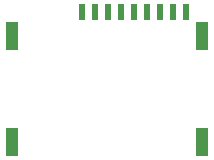
<source format=gbr>
%TF.GenerationSoftware,KiCad,Pcbnew,7.0.11*%
%TF.CreationDate,2025-02-02T20:15:26+02:00*%
%TF.ProjectId,obd_xp,6f62645f-7870-42e6-9b69-6361645f7063,rev?*%
%TF.SameCoordinates,Original*%
%TF.FileFunction,Paste,Bot*%
%TF.FilePolarity,Positive*%
%FSLAX46Y46*%
G04 Gerber Fmt 4.6, Leading zero omitted, Abs format (unit mm)*
G04 Created by KiCad (PCBNEW 7.0.11) date 2025-02-02 20:15:26*
%MOMM*%
%LPD*%
G01*
G04 APERTURE LIST*
%ADD10R,0.620000X1.400000*%
%ADD11R,1.100000X2.400000*%
G04 APERTURE END LIST*
D10*
%TO.C,J2*%
X95464000Y-136408000D03*
X96564000Y-136408000D03*
X97664000Y-136408000D03*
X98764000Y-136408000D03*
X99864000Y-136408000D03*
X100964000Y-136408000D03*
X102064000Y-136408000D03*
X103164000Y-136408000D03*
X104264000Y-136408000D03*
D11*
X105644000Y-147408000D03*
X105644000Y-138408000D03*
X89494000Y-138408000D03*
X89494000Y-147408000D03*
%TD*%
M02*

</source>
